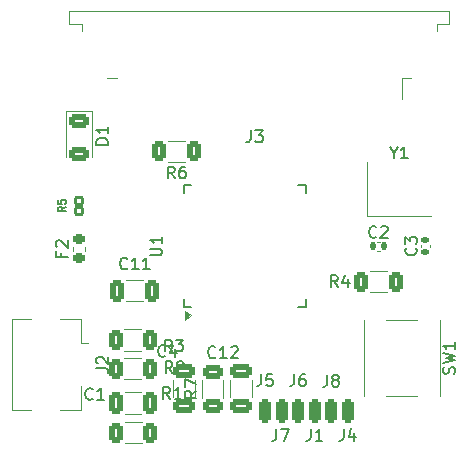
<source format=gbr>
G04 #@! TF.GenerationSoftware,KiCad,Pcbnew,9.0.0*
G04 #@! TF.CreationDate,2025-04-23T09:52:56+02:00*
G04 #@! TF.ProjectId,Jornada_keyboard_USB,4a6f726e-6164-4615-9f6b-6579626f6172,rev?*
G04 #@! TF.SameCoordinates,Original*
G04 #@! TF.FileFunction,Legend,Top*
G04 #@! TF.FilePolarity,Positive*
%FSLAX46Y46*%
G04 Gerber Fmt 4.6, Leading zero omitted, Abs format (unit mm)*
G04 Created by KiCad (PCBNEW 9.0.0) date 2025-04-23 09:52:56*
%MOMM*%
%LPD*%
G01*
G04 APERTURE LIST*
G04 Aperture macros list*
%AMRoundRect*
0 Rectangle with rounded corners*
0 $1 Rounding radius*
0 $2 $3 $4 $5 $6 $7 $8 $9 X,Y pos of 4 corners*
0 Add a 4 corners polygon primitive as box body*
4,1,4,$2,$3,$4,$5,$6,$7,$8,$9,$2,$3,0*
0 Add four circle primitives for the rounded corners*
1,1,$1+$1,$2,$3*
1,1,$1+$1,$4,$5*
1,1,$1+$1,$6,$7*
1,1,$1+$1,$8,$9*
0 Add four rect primitives between the rounded corners*
20,1,$1+$1,$2,$3,$4,$5,0*
20,1,$1+$1,$4,$5,$6,$7,0*
20,1,$1+$1,$6,$7,$8,$9,0*
20,1,$1+$1,$8,$9,$2,$3,0*%
G04 Aperture macros list end*
%ADD10C,0.150000*%
%ADD11C,0.120000*%
%ADD12R,2.100000X1.800000*%
%ADD13R,0.550000X1.500000*%
%ADD14R,1.500000X0.550000*%
%ADD15RoundRect,0.250000X-0.312500X-0.625000X0.312500X-0.625000X0.312500X0.625000X-0.312500X0.625000X0*%
%ADD16RoundRect,0.250000X0.312500X0.625000X-0.312500X0.625000X-0.312500X-0.625000X0.312500X-0.625000X0*%
%ADD17RoundRect,0.250000X-0.250000X-0.750000X0.250000X-0.750000X0.250000X0.750000X-0.250000X0.750000X0*%
%ADD18RoundRect,0.250000X0.625000X-0.312500X0.625000X0.312500X-0.625000X0.312500X-0.625000X-0.312500X0*%
%ADD19RoundRect,0.250000X-0.325000X-0.650000X0.325000X-0.650000X0.325000X0.650000X-0.325000X0.650000X0*%
%ADD20R,1.400000X0.400000*%
%ADD21R,1.900000X2.300000*%
%ADD22R,1.900000X1.800000*%
%ADD23R,0.610000X2.000000*%
%ADD24R,2.680000X3.600000*%
%ADD25RoundRect,0.140000X-0.140000X-0.170000X0.140000X-0.170000X0.140000X0.170000X-0.140000X0.170000X0*%
%ADD26RoundRect,0.250000X-0.650000X0.325000X-0.650000X-0.325000X0.650000X-0.325000X0.650000X0.325000X0*%
%ADD27RoundRect,0.250000X-0.625000X0.375000X-0.625000X-0.375000X0.625000X-0.375000X0.625000X0.375000X0*%
%ADD28RoundRect,0.102000X-0.300000X0.280000X-0.300000X-0.280000X0.300000X-0.280000X0.300000X0.280000X0*%
%ADD29R,1.300000X1.550000*%
%ADD30RoundRect,0.250000X0.325000X0.650000X-0.325000X0.650000X-0.325000X-0.650000X0.325000X-0.650000X0*%
%ADD31RoundRect,0.140000X0.170000X-0.140000X0.170000X0.140000X-0.170000X0.140000X-0.170000X-0.140000X0*%
%ADD32RoundRect,0.218750X0.256250X-0.218750X0.256250X0.218750X-0.256250X0.218750X-0.256250X-0.218750X0*%
G04 APERTURE END LIST*
D10*
X54073809Y-28578628D02*
X54073809Y-29054819D01*
X53740476Y-28054819D02*
X54073809Y-28578628D01*
X54073809Y-28578628D02*
X54407142Y-28054819D01*
X55264285Y-29054819D02*
X54692857Y-29054819D01*
X54978571Y-29054819D02*
X54978571Y-28054819D01*
X54978571Y-28054819D02*
X54883333Y-28197676D01*
X54883333Y-28197676D02*
X54788095Y-28292914D01*
X54788095Y-28292914D02*
X54692857Y-28340533D01*
X33454819Y-37261904D02*
X34264342Y-37261904D01*
X34264342Y-37261904D02*
X34359580Y-37214285D01*
X34359580Y-37214285D02*
X34407200Y-37166666D01*
X34407200Y-37166666D02*
X34454819Y-37071428D01*
X34454819Y-37071428D02*
X34454819Y-36880952D01*
X34454819Y-36880952D02*
X34407200Y-36785714D01*
X34407200Y-36785714D02*
X34359580Y-36738095D01*
X34359580Y-36738095D02*
X34264342Y-36690476D01*
X34264342Y-36690476D02*
X33454819Y-36690476D01*
X34454819Y-35690476D02*
X34454819Y-36261904D01*
X34454819Y-35976190D02*
X33454819Y-35976190D01*
X33454819Y-35976190D02*
X33597676Y-36071428D01*
X33597676Y-36071428D02*
X33692914Y-36166666D01*
X33692914Y-36166666D02*
X33740533Y-36261904D01*
X49333333Y-39954819D02*
X49000000Y-39478628D01*
X48761905Y-39954819D02*
X48761905Y-38954819D01*
X48761905Y-38954819D02*
X49142857Y-38954819D01*
X49142857Y-38954819D02*
X49238095Y-39002438D01*
X49238095Y-39002438D02*
X49285714Y-39050057D01*
X49285714Y-39050057D02*
X49333333Y-39145295D01*
X49333333Y-39145295D02*
X49333333Y-39288152D01*
X49333333Y-39288152D02*
X49285714Y-39383390D01*
X49285714Y-39383390D02*
X49238095Y-39431009D01*
X49238095Y-39431009D02*
X49142857Y-39478628D01*
X49142857Y-39478628D02*
X48761905Y-39478628D01*
X50190476Y-39288152D02*
X50190476Y-39954819D01*
X49952381Y-38907200D02*
X49714286Y-39621485D01*
X49714286Y-39621485D02*
X50333333Y-39621485D01*
X35533183Y-30746069D02*
X35199850Y-30269878D01*
X34961755Y-30746069D02*
X34961755Y-29746069D01*
X34961755Y-29746069D02*
X35342707Y-29746069D01*
X35342707Y-29746069D02*
X35437945Y-29793688D01*
X35437945Y-29793688D02*
X35485564Y-29841307D01*
X35485564Y-29841307D02*
X35533183Y-29936545D01*
X35533183Y-29936545D02*
X35533183Y-30079402D01*
X35533183Y-30079402D02*
X35485564Y-30174640D01*
X35485564Y-30174640D02*
X35437945Y-30222259D01*
X35437945Y-30222259D02*
X35342707Y-30269878D01*
X35342707Y-30269878D02*
X34961755Y-30269878D01*
X36390326Y-29746069D02*
X36199850Y-29746069D01*
X36199850Y-29746069D02*
X36104612Y-29793688D01*
X36104612Y-29793688D02*
X36056993Y-29841307D01*
X36056993Y-29841307D02*
X35961755Y-29984164D01*
X35961755Y-29984164D02*
X35914136Y-30174640D01*
X35914136Y-30174640D02*
X35914136Y-30555592D01*
X35914136Y-30555592D02*
X35961755Y-30650830D01*
X35961755Y-30650830D02*
X36009374Y-30698450D01*
X36009374Y-30698450D02*
X36104612Y-30746069D01*
X36104612Y-30746069D02*
X36295088Y-30746069D01*
X36295088Y-30746069D02*
X36390326Y-30698450D01*
X36390326Y-30698450D02*
X36437945Y-30650830D01*
X36437945Y-30650830D02*
X36485564Y-30555592D01*
X36485564Y-30555592D02*
X36485564Y-30317497D01*
X36485564Y-30317497D02*
X36437945Y-30222259D01*
X36437945Y-30222259D02*
X36390326Y-30174640D01*
X36390326Y-30174640D02*
X36295088Y-30127021D01*
X36295088Y-30127021D02*
X36104612Y-30127021D01*
X36104612Y-30127021D02*
X36009374Y-30174640D01*
X36009374Y-30174640D02*
X35961755Y-30222259D01*
X35961755Y-30222259D02*
X35914136Y-30317497D01*
X48434666Y-47384619D02*
X48434666Y-48098904D01*
X48434666Y-48098904D02*
X48387047Y-48241761D01*
X48387047Y-48241761D02*
X48291809Y-48337000D01*
X48291809Y-48337000D02*
X48148952Y-48384619D01*
X48148952Y-48384619D02*
X48053714Y-48384619D01*
X49053714Y-47813190D02*
X48958476Y-47765571D01*
X48958476Y-47765571D02*
X48910857Y-47717952D01*
X48910857Y-47717952D02*
X48863238Y-47622714D01*
X48863238Y-47622714D02*
X48863238Y-47575095D01*
X48863238Y-47575095D02*
X48910857Y-47479857D01*
X48910857Y-47479857D02*
X48958476Y-47432238D01*
X48958476Y-47432238D02*
X49053714Y-47384619D01*
X49053714Y-47384619D02*
X49244190Y-47384619D01*
X49244190Y-47384619D02*
X49339428Y-47432238D01*
X49339428Y-47432238D02*
X49387047Y-47479857D01*
X49387047Y-47479857D02*
X49434666Y-47575095D01*
X49434666Y-47575095D02*
X49434666Y-47622714D01*
X49434666Y-47622714D02*
X49387047Y-47717952D01*
X49387047Y-47717952D02*
X49339428Y-47765571D01*
X49339428Y-47765571D02*
X49244190Y-47813190D01*
X49244190Y-47813190D02*
X49053714Y-47813190D01*
X49053714Y-47813190D02*
X48958476Y-47860809D01*
X48958476Y-47860809D02*
X48910857Y-47908428D01*
X48910857Y-47908428D02*
X48863238Y-48003666D01*
X48863238Y-48003666D02*
X48863238Y-48194142D01*
X48863238Y-48194142D02*
X48910857Y-48289380D01*
X48910857Y-48289380D02*
X48958476Y-48337000D01*
X48958476Y-48337000D02*
X49053714Y-48384619D01*
X49053714Y-48384619D02*
X49244190Y-48384619D01*
X49244190Y-48384619D02*
X49339428Y-48337000D01*
X49339428Y-48337000D02*
X49387047Y-48289380D01*
X49387047Y-48289380D02*
X49434666Y-48194142D01*
X49434666Y-48194142D02*
X49434666Y-48003666D01*
X49434666Y-48003666D02*
X49387047Y-47908428D01*
X49387047Y-47908428D02*
X49339428Y-47860809D01*
X49339428Y-47860809D02*
X49244190Y-47813190D01*
X37369819Y-48746166D02*
X36893628Y-49079499D01*
X37369819Y-49317594D02*
X36369819Y-49317594D01*
X36369819Y-49317594D02*
X36369819Y-48936642D01*
X36369819Y-48936642D02*
X36417438Y-48841404D01*
X36417438Y-48841404D02*
X36465057Y-48793785D01*
X36465057Y-48793785D02*
X36560295Y-48746166D01*
X36560295Y-48746166D02*
X36703152Y-48746166D01*
X36703152Y-48746166D02*
X36798390Y-48793785D01*
X36798390Y-48793785D02*
X36846009Y-48841404D01*
X36846009Y-48841404D02*
X36893628Y-48936642D01*
X36893628Y-48936642D02*
X36893628Y-49317594D01*
X36369819Y-48412832D02*
X36369819Y-47746166D01*
X36369819Y-47746166D02*
X37369819Y-48174737D01*
X35135333Y-49406819D02*
X34802000Y-48930628D01*
X34563905Y-49406819D02*
X34563905Y-48406819D01*
X34563905Y-48406819D02*
X34944857Y-48406819D01*
X34944857Y-48406819D02*
X35040095Y-48454438D01*
X35040095Y-48454438D02*
X35087714Y-48502057D01*
X35087714Y-48502057D02*
X35135333Y-48597295D01*
X35135333Y-48597295D02*
X35135333Y-48740152D01*
X35135333Y-48740152D02*
X35087714Y-48835390D01*
X35087714Y-48835390D02*
X35040095Y-48883009D01*
X35040095Y-48883009D02*
X34944857Y-48930628D01*
X34944857Y-48930628D02*
X34563905Y-48930628D01*
X36087714Y-49406819D02*
X35516286Y-49406819D01*
X35802000Y-49406819D02*
X35802000Y-48406819D01*
X35802000Y-48406819D02*
X35706762Y-48549676D01*
X35706762Y-48549676D02*
X35611524Y-48644914D01*
X35611524Y-48644914D02*
X35516286Y-48692533D01*
X31513142Y-38368580D02*
X31465523Y-38416200D01*
X31465523Y-38416200D02*
X31322666Y-38463819D01*
X31322666Y-38463819D02*
X31227428Y-38463819D01*
X31227428Y-38463819D02*
X31084571Y-38416200D01*
X31084571Y-38416200D02*
X30989333Y-38320961D01*
X30989333Y-38320961D02*
X30941714Y-38225723D01*
X30941714Y-38225723D02*
X30894095Y-38035247D01*
X30894095Y-38035247D02*
X30894095Y-37892390D01*
X30894095Y-37892390D02*
X30941714Y-37701914D01*
X30941714Y-37701914D02*
X30989333Y-37606676D01*
X30989333Y-37606676D02*
X31084571Y-37511438D01*
X31084571Y-37511438D02*
X31227428Y-37463819D01*
X31227428Y-37463819D02*
X31322666Y-37463819D01*
X31322666Y-37463819D02*
X31465523Y-37511438D01*
X31465523Y-37511438D02*
X31513142Y-37559057D01*
X32465523Y-38463819D02*
X31894095Y-38463819D01*
X32179809Y-38463819D02*
X32179809Y-37463819D01*
X32179809Y-37463819D02*
X32084571Y-37606676D01*
X32084571Y-37606676D02*
X31989333Y-37701914D01*
X31989333Y-37701914D02*
X31894095Y-37749533D01*
X33417904Y-38463819D02*
X32846476Y-38463819D01*
X33132190Y-38463819D02*
X33132190Y-37463819D01*
X33132190Y-37463819D02*
X33036952Y-37606676D01*
X33036952Y-37606676D02*
X32941714Y-37701914D01*
X32941714Y-37701914D02*
X32846476Y-37749533D01*
X35342533Y-47249019D02*
X35009200Y-46772828D01*
X34771105Y-47249019D02*
X34771105Y-46249019D01*
X34771105Y-46249019D02*
X35152057Y-46249019D01*
X35152057Y-46249019D02*
X35247295Y-46296638D01*
X35247295Y-46296638D02*
X35294914Y-46344257D01*
X35294914Y-46344257D02*
X35342533Y-46439495D01*
X35342533Y-46439495D02*
X35342533Y-46582352D01*
X35342533Y-46582352D02*
X35294914Y-46677590D01*
X35294914Y-46677590D02*
X35247295Y-46725209D01*
X35247295Y-46725209D02*
X35152057Y-46772828D01*
X35152057Y-46772828D02*
X34771105Y-46772828D01*
X35723486Y-46344257D02*
X35771105Y-46296638D01*
X35771105Y-46296638D02*
X35866343Y-46249019D01*
X35866343Y-46249019D02*
X36104438Y-46249019D01*
X36104438Y-46249019D02*
X36199676Y-46296638D01*
X36199676Y-46296638D02*
X36247295Y-46344257D01*
X36247295Y-46344257D02*
X36294914Y-46439495D01*
X36294914Y-46439495D02*
X36294914Y-46534733D01*
X36294914Y-46534733D02*
X36247295Y-46677590D01*
X36247295Y-46677590D02*
X35675867Y-47249019D01*
X35675867Y-47249019D02*
X36294914Y-47249019D01*
X28904819Y-46833333D02*
X29619104Y-46833333D01*
X29619104Y-46833333D02*
X29761961Y-46880952D01*
X29761961Y-46880952D02*
X29857200Y-46976190D01*
X29857200Y-46976190D02*
X29904819Y-47119047D01*
X29904819Y-47119047D02*
X29904819Y-47214285D01*
X29000057Y-46404761D02*
X28952438Y-46357142D01*
X28952438Y-46357142D02*
X28904819Y-46261904D01*
X28904819Y-46261904D02*
X28904819Y-46023809D01*
X28904819Y-46023809D02*
X28952438Y-45928571D01*
X28952438Y-45928571D02*
X29000057Y-45880952D01*
X29000057Y-45880952D02*
X29095295Y-45833333D01*
X29095295Y-45833333D02*
X29190533Y-45833333D01*
X29190533Y-45833333D02*
X29333390Y-45880952D01*
X29333390Y-45880952D02*
X29904819Y-46452380D01*
X29904819Y-46452380D02*
X29904819Y-45833333D01*
X41983066Y-26683619D02*
X41983066Y-27397904D01*
X41983066Y-27397904D02*
X41935447Y-27540761D01*
X41935447Y-27540761D02*
X41840209Y-27636000D01*
X41840209Y-27636000D02*
X41697352Y-27683619D01*
X41697352Y-27683619D02*
X41602114Y-27683619D01*
X42364019Y-26683619D02*
X42983066Y-26683619D01*
X42983066Y-26683619D02*
X42649733Y-27064571D01*
X42649733Y-27064571D02*
X42792590Y-27064571D01*
X42792590Y-27064571D02*
X42887828Y-27112190D01*
X42887828Y-27112190D02*
X42935447Y-27159809D01*
X42935447Y-27159809D02*
X42983066Y-27255047D01*
X42983066Y-27255047D02*
X42983066Y-27493142D01*
X42983066Y-27493142D02*
X42935447Y-27588380D01*
X42935447Y-27588380D02*
X42887828Y-27636000D01*
X42887828Y-27636000D02*
X42792590Y-27683619D01*
X42792590Y-27683619D02*
X42506876Y-27683619D01*
X42506876Y-27683619D02*
X42411638Y-27636000D01*
X42411638Y-27636000D02*
X42364019Y-27588380D01*
X52608333Y-35699580D02*
X52560714Y-35747200D01*
X52560714Y-35747200D02*
X52417857Y-35794819D01*
X52417857Y-35794819D02*
X52322619Y-35794819D01*
X52322619Y-35794819D02*
X52179762Y-35747200D01*
X52179762Y-35747200D02*
X52084524Y-35651961D01*
X52084524Y-35651961D02*
X52036905Y-35556723D01*
X52036905Y-35556723D02*
X51989286Y-35366247D01*
X51989286Y-35366247D02*
X51989286Y-35223390D01*
X51989286Y-35223390D02*
X52036905Y-35032914D01*
X52036905Y-35032914D02*
X52084524Y-34937676D01*
X52084524Y-34937676D02*
X52179762Y-34842438D01*
X52179762Y-34842438D02*
X52322619Y-34794819D01*
X52322619Y-34794819D02*
X52417857Y-34794819D01*
X52417857Y-34794819D02*
X52560714Y-34842438D01*
X52560714Y-34842438D02*
X52608333Y-34890057D01*
X52989286Y-34890057D02*
X53036905Y-34842438D01*
X53036905Y-34842438D02*
X53132143Y-34794819D01*
X53132143Y-34794819D02*
X53370238Y-34794819D01*
X53370238Y-34794819D02*
X53465476Y-34842438D01*
X53465476Y-34842438D02*
X53513095Y-34890057D01*
X53513095Y-34890057D02*
X53560714Y-34985295D01*
X53560714Y-34985295D02*
X53560714Y-35080533D01*
X53560714Y-35080533D02*
X53513095Y-35223390D01*
X53513095Y-35223390D02*
X52941667Y-35794819D01*
X52941667Y-35794819D02*
X53560714Y-35794819D01*
X38981142Y-45876380D02*
X38933523Y-45924000D01*
X38933523Y-45924000D02*
X38790666Y-45971619D01*
X38790666Y-45971619D02*
X38695428Y-45971619D01*
X38695428Y-45971619D02*
X38552571Y-45924000D01*
X38552571Y-45924000D02*
X38457333Y-45828761D01*
X38457333Y-45828761D02*
X38409714Y-45733523D01*
X38409714Y-45733523D02*
X38362095Y-45543047D01*
X38362095Y-45543047D02*
X38362095Y-45400190D01*
X38362095Y-45400190D02*
X38409714Y-45209714D01*
X38409714Y-45209714D02*
X38457333Y-45114476D01*
X38457333Y-45114476D02*
X38552571Y-45019238D01*
X38552571Y-45019238D02*
X38695428Y-44971619D01*
X38695428Y-44971619D02*
X38790666Y-44971619D01*
X38790666Y-44971619D02*
X38933523Y-45019238D01*
X38933523Y-45019238D02*
X38981142Y-45066857D01*
X39933523Y-45971619D02*
X39362095Y-45971619D01*
X39647809Y-45971619D02*
X39647809Y-44971619D01*
X39647809Y-44971619D02*
X39552571Y-45114476D01*
X39552571Y-45114476D02*
X39457333Y-45209714D01*
X39457333Y-45209714D02*
X39362095Y-45257333D01*
X40314476Y-45066857D02*
X40362095Y-45019238D01*
X40362095Y-45019238D02*
X40457333Y-44971619D01*
X40457333Y-44971619D02*
X40695428Y-44971619D01*
X40695428Y-44971619D02*
X40790666Y-45019238D01*
X40790666Y-45019238D02*
X40838285Y-45066857D01*
X40838285Y-45066857D02*
X40885904Y-45162095D01*
X40885904Y-45162095D02*
X40885904Y-45257333D01*
X40885904Y-45257333D02*
X40838285Y-45400190D01*
X40838285Y-45400190D02*
X40266857Y-45971619D01*
X40266857Y-45971619D02*
X40885904Y-45971619D01*
X29886819Y-27897544D02*
X28886819Y-27897544D01*
X28886819Y-27897544D02*
X28886819Y-27659449D01*
X28886819Y-27659449D02*
X28934438Y-27516592D01*
X28934438Y-27516592D02*
X29029676Y-27421354D01*
X29029676Y-27421354D02*
X29124914Y-27373735D01*
X29124914Y-27373735D02*
X29315390Y-27326116D01*
X29315390Y-27326116D02*
X29458247Y-27326116D01*
X29458247Y-27326116D02*
X29648723Y-27373735D01*
X29648723Y-27373735D02*
X29743961Y-27421354D01*
X29743961Y-27421354D02*
X29839200Y-27516592D01*
X29839200Y-27516592D02*
X29886819Y-27659449D01*
X29886819Y-27659449D02*
X29886819Y-27897544D01*
X29886819Y-26373735D02*
X29886819Y-26945163D01*
X29886819Y-26659449D02*
X28886819Y-26659449D01*
X28886819Y-26659449D02*
X29029676Y-26754687D01*
X29029676Y-26754687D02*
X29124914Y-26849925D01*
X29124914Y-26849925D02*
X29172533Y-26945163D01*
X26288276Y-33171666D02*
X25983514Y-33385000D01*
X26288276Y-33537381D02*
X25648276Y-33537381D01*
X25648276Y-33537381D02*
X25648276Y-33293571D01*
X25648276Y-33293571D02*
X25678752Y-33232619D01*
X25678752Y-33232619D02*
X25709228Y-33202142D01*
X25709228Y-33202142D02*
X25770180Y-33171666D01*
X25770180Y-33171666D02*
X25861609Y-33171666D01*
X25861609Y-33171666D02*
X25922561Y-33202142D01*
X25922561Y-33202142D02*
X25953038Y-33232619D01*
X25953038Y-33232619D02*
X25983514Y-33293571D01*
X25983514Y-33293571D02*
X25983514Y-33537381D01*
X25648276Y-32592619D02*
X25648276Y-32897381D01*
X25648276Y-32897381D02*
X25953038Y-32927857D01*
X25953038Y-32927857D02*
X25922561Y-32897381D01*
X25922561Y-32897381D02*
X25892085Y-32836428D01*
X25892085Y-32836428D02*
X25892085Y-32684047D01*
X25892085Y-32684047D02*
X25922561Y-32623095D01*
X25922561Y-32623095D02*
X25953038Y-32592619D01*
X25953038Y-32592619D02*
X26013990Y-32562142D01*
X26013990Y-32562142D02*
X26166371Y-32562142D01*
X26166371Y-32562142D02*
X26227323Y-32592619D01*
X26227323Y-32592619D02*
X26257800Y-32623095D01*
X26257800Y-32623095D02*
X26288276Y-32684047D01*
X26288276Y-32684047D02*
X26288276Y-32836428D01*
X26288276Y-32836428D02*
X26257800Y-32897381D01*
X26257800Y-32897381D02*
X26227323Y-32927857D01*
X49831666Y-51956619D02*
X49831666Y-52670904D01*
X49831666Y-52670904D02*
X49784047Y-52813761D01*
X49784047Y-52813761D02*
X49688809Y-52909000D01*
X49688809Y-52909000D02*
X49545952Y-52956619D01*
X49545952Y-52956619D02*
X49450714Y-52956619D01*
X50736428Y-52289952D02*
X50736428Y-52956619D01*
X50498333Y-51909000D02*
X50260238Y-52623285D01*
X50260238Y-52623285D02*
X50879285Y-52623285D01*
X34732933Y-45774780D02*
X34685314Y-45822400D01*
X34685314Y-45822400D02*
X34542457Y-45870019D01*
X34542457Y-45870019D02*
X34447219Y-45870019D01*
X34447219Y-45870019D02*
X34304362Y-45822400D01*
X34304362Y-45822400D02*
X34209124Y-45727161D01*
X34209124Y-45727161D02*
X34161505Y-45631923D01*
X34161505Y-45631923D02*
X34113886Y-45441447D01*
X34113886Y-45441447D02*
X34113886Y-45298590D01*
X34113886Y-45298590D02*
X34161505Y-45108114D01*
X34161505Y-45108114D02*
X34209124Y-45012876D01*
X34209124Y-45012876D02*
X34304362Y-44917638D01*
X34304362Y-44917638D02*
X34447219Y-44870019D01*
X34447219Y-44870019D02*
X34542457Y-44870019D01*
X34542457Y-44870019D02*
X34685314Y-44917638D01*
X34685314Y-44917638D02*
X34732933Y-44965257D01*
X35590076Y-45203352D02*
X35590076Y-45870019D01*
X35351981Y-44822400D02*
X35113886Y-45536685D01*
X35113886Y-45536685D02*
X35732933Y-45536685D01*
X44142066Y-51956619D02*
X44142066Y-52670904D01*
X44142066Y-52670904D02*
X44094447Y-52813761D01*
X44094447Y-52813761D02*
X43999209Y-52909000D01*
X43999209Y-52909000D02*
X43856352Y-52956619D01*
X43856352Y-52956619D02*
X43761114Y-52956619D01*
X44523019Y-51956619D02*
X45189685Y-51956619D01*
X45189685Y-51956619D02*
X44761114Y-52956619D01*
X45640666Y-47333819D02*
X45640666Y-48048104D01*
X45640666Y-48048104D02*
X45593047Y-48190961D01*
X45593047Y-48190961D02*
X45497809Y-48286200D01*
X45497809Y-48286200D02*
X45354952Y-48333819D01*
X45354952Y-48333819D02*
X45259714Y-48333819D01*
X46545428Y-47333819D02*
X46354952Y-47333819D01*
X46354952Y-47333819D02*
X46259714Y-47381438D01*
X46259714Y-47381438D02*
X46212095Y-47429057D01*
X46212095Y-47429057D02*
X46116857Y-47571914D01*
X46116857Y-47571914D02*
X46069238Y-47762390D01*
X46069238Y-47762390D02*
X46069238Y-48143342D01*
X46069238Y-48143342D02*
X46116857Y-48238580D01*
X46116857Y-48238580D02*
X46164476Y-48286200D01*
X46164476Y-48286200D02*
X46259714Y-48333819D01*
X46259714Y-48333819D02*
X46450190Y-48333819D01*
X46450190Y-48333819D02*
X46545428Y-48286200D01*
X46545428Y-48286200D02*
X46593047Y-48238580D01*
X46593047Y-48238580D02*
X46640666Y-48143342D01*
X46640666Y-48143342D02*
X46640666Y-47905247D01*
X46640666Y-47905247D02*
X46593047Y-47810009D01*
X46593047Y-47810009D02*
X46545428Y-47762390D01*
X46545428Y-47762390D02*
X46450190Y-47714771D01*
X46450190Y-47714771D02*
X46259714Y-47714771D01*
X46259714Y-47714771D02*
X46164476Y-47762390D01*
X46164476Y-47762390D02*
X46116857Y-47810009D01*
X46116857Y-47810009D02*
X46069238Y-47905247D01*
X35283333Y-45404819D02*
X34950000Y-44928628D01*
X34711905Y-45404819D02*
X34711905Y-44404819D01*
X34711905Y-44404819D02*
X35092857Y-44404819D01*
X35092857Y-44404819D02*
X35188095Y-44452438D01*
X35188095Y-44452438D02*
X35235714Y-44500057D01*
X35235714Y-44500057D02*
X35283333Y-44595295D01*
X35283333Y-44595295D02*
X35283333Y-44738152D01*
X35283333Y-44738152D02*
X35235714Y-44833390D01*
X35235714Y-44833390D02*
X35188095Y-44881009D01*
X35188095Y-44881009D02*
X35092857Y-44928628D01*
X35092857Y-44928628D02*
X34711905Y-44928628D01*
X35616667Y-44404819D02*
X36235714Y-44404819D01*
X36235714Y-44404819D02*
X35902381Y-44785771D01*
X35902381Y-44785771D02*
X36045238Y-44785771D01*
X36045238Y-44785771D02*
X36140476Y-44833390D01*
X36140476Y-44833390D02*
X36188095Y-44881009D01*
X36188095Y-44881009D02*
X36235714Y-44976247D01*
X36235714Y-44976247D02*
X36235714Y-45214342D01*
X36235714Y-45214342D02*
X36188095Y-45309580D01*
X36188095Y-45309580D02*
X36140476Y-45357200D01*
X36140476Y-45357200D02*
X36045238Y-45404819D01*
X36045238Y-45404819D02*
X35759524Y-45404819D01*
X35759524Y-45404819D02*
X35664286Y-45357200D01*
X35664286Y-45357200D02*
X35616667Y-45309580D01*
X59207200Y-47313332D02*
X59254819Y-47170475D01*
X59254819Y-47170475D02*
X59254819Y-46932380D01*
X59254819Y-46932380D02*
X59207200Y-46837142D01*
X59207200Y-46837142D02*
X59159580Y-46789523D01*
X59159580Y-46789523D02*
X59064342Y-46741904D01*
X59064342Y-46741904D02*
X58969104Y-46741904D01*
X58969104Y-46741904D02*
X58873866Y-46789523D01*
X58873866Y-46789523D02*
X58826247Y-46837142D01*
X58826247Y-46837142D02*
X58778628Y-46932380D01*
X58778628Y-46932380D02*
X58731009Y-47122856D01*
X58731009Y-47122856D02*
X58683390Y-47218094D01*
X58683390Y-47218094D02*
X58635771Y-47265713D01*
X58635771Y-47265713D02*
X58540533Y-47313332D01*
X58540533Y-47313332D02*
X58445295Y-47313332D01*
X58445295Y-47313332D02*
X58350057Y-47265713D01*
X58350057Y-47265713D02*
X58302438Y-47218094D01*
X58302438Y-47218094D02*
X58254819Y-47122856D01*
X58254819Y-47122856D02*
X58254819Y-46884761D01*
X58254819Y-46884761D02*
X58302438Y-46741904D01*
X58254819Y-46408570D02*
X59254819Y-46170475D01*
X59254819Y-46170475D02*
X58540533Y-45979999D01*
X58540533Y-45979999D02*
X59254819Y-45789523D01*
X59254819Y-45789523D02*
X58254819Y-45551428D01*
X59254819Y-44646666D02*
X59254819Y-45218094D01*
X59254819Y-44932380D02*
X58254819Y-44932380D01*
X58254819Y-44932380D02*
X58397676Y-45027618D01*
X58397676Y-45027618D02*
X58492914Y-45122856D01*
X58492914Y-45122856D02*
X58540533Y-45218094D01*
X42846666Y-47333819D02*
X42846666Y-48048104D01*
X42846666Y-48048104D02*
X42799047Y-48190961D01*
X42799047Y-48190961D02*
X42703809Y-48286200D01*
X42703809Y-48286200D02*
X42560952Y-48333819D01*
X42560952Y-48333819D02*
X42465714Y-48333819D01*
X43799047Y-47333819D02*
X43322857Y-47333819D01*
X43322857Y-47333819D02*
X43275238Y-47810009D01*
X43275238Y-47810009D02*
X43322857Y-47762390D01*
X43322857Y-47762390D02*
X43418095Y-47714771D01*
X43418095Y-47714771D02*
X43656190Y-47714771D01*
X43656190Y-47714771D02*
X43751428Y-47762390D01*
X43751428Y-47762390D02*
X43799047Y-47810009D01*
X43799047Y-47810009D02*
X43846666Y-47905247D01*
X43846666Y-47905247D02*
X43846666Y-48143342D01*
X43846666Y-48143342D02*
X43799047Y-48238580D01*
X43799047Y-48238580D02*
X43751428Y-48286200D01*
X43751428Y-48286200D02*
X43656190Y-48333819D01*
X43656190Y-48333819D02*
X43418095Y-48333819D01*
X43418095Y-48333819D02*
X43322857Y-48286200D01*
X43322857Y-48286200D02*
X43275238Y-48238580D01*
X28582133Y-49413180D02*
X28534514Y-49460800D01*
X28534514Y-49460800D02*
X28391657Y-49508419D01*
X28391657Y-49508419D02*
X28296419Y-49508419D01*
X28296419Y-49508419D02*
X28153562Y-49460800D01*
X28153562Y-49460800D02*
X28058324Y-49365561D01*
X28058324Y-49365561D02*
X28010705Y-49270323D01*
X28010705Y-49270323D02*
X27963086Y-49079847D01*
X27963086Y-49079847D02*
X27963086Y-48936990D01*
X27963086Y-48936990D02*
X28010705Y-48746514D01*
X28010705Y-48746514D02*
X28058324Y-48651276D01*
X28058324Y-48651276D02*
X28153562Y-48556038D01*
X28153562Y-48556038D02*
X28296419Y-48508419D01*
X28296419Y-48508419D02*
X28391657Y-48508419D01*
X28391657Y-48508419D02*
X28534514Y-48556038D01*
X28534514Y-48556038D02*
X28582133Y-48603657D01*
X29534514Y-49508419D02*
X28963086Y-49508419D01*
X29248800Y-49508419D02*
X29248800Y-48508419D01*
X29248800Y-48508419D02*
X29153562Y-48651276D01*
X29153562Y-48651276D02*
X29058324Y-48746514D01*
X29058324Y-48746514D02*
X28963086Y-48794133D01*
X55949580Y-36646666D02*
X55997200Y-36694285D01*
X55997200Y-36694285D02*
X56044819Y-36837142D01*
X56044819Y-36837142D02*
X56044819Y-36932380D01*
X56044819Y-36932380D02*
X55997200Y-37075237D01*
X55997200Y-37075237D02*
X55901961Y-37170475D01*
X55901961Y-37170475D02*
X55806723Y-37218094D01*
X55806723Y-37218094D02*
X55616247Y-37265713D01*
X55616247Y-37265713D02*
X55473390Y-37265713D01*
X55473390Y-37265713D02*
X55282914Y-37218094D01*
X55282914Y-37218094D02*
X55187676Y-37170475D01*
X55187676Y-37170475D02*
X55092438Y-37075237D01*
X55092438Y-37075237D02*
X55044819Y-36932380D01*
X55044819Y-36932380D02*
X55044819Y-36837142D01*
X55044819Y-36837142D02*
X55092438Y-36694285D01*
X55092438Y-36694285D02*
X55140057Y-36646666D01*
X55044819Y-36313332D02*
X55044819Y-35694285D01*
X55044819Y-35694285D02*
X55425771Y-36027618D01*
X55425771Y-36027618D02*
X55425771Y-35884761D01*
X55425771Y-35884761D02*
X55473390Y-35789523D01*
X55473390Y-35789523D02*
X55521009Y-35741904D01*
X55521009Y-35741904D02*
X55616247Y-35694285D01*
X55616247Y-35694285D02*
X55854342Y-35694285D01*
X55854342Y-35694285D02*
X55949580Y-35741904D01*
X55949580Y-35741904D02*
X55997200Y-35789523D01*
X55997200Y-35789523D02*
X56044819Y-35884761D01*
X56044819Y-35884761D02*
X56044819Y-36170475D01*
X56044819Y-36170475D02*
X55997200Y-36265713D01*
X55997200Y-36265713D02*
X55949580Y-36313332D01*
X47037666Y-51956619D02*
X47037666Y-52670904D01*
X47037666Y-52670904D02*
X46990047Y-52813761D01*
X46990047Y-52813761D02*
X46894809Y-52909000D01*
X46894809Y-52909000D02*
X46751952Y-52956619D01*
X46751952Y-52956619D02*
X46656714Y-52956619D01*
X48037666Y-52956619D02*
X47466238Y-52956619D01*
X47751952Y-52956619D02*
X47751952Y-51956619D01*
X47751952Y-51956619D02*
X47656714Y-52099476D01*
X47656714Y-52099476D02*
X47561476Y-52194714D01*
X47561476Y-52194714D02*
X47466238Y-52242333D01*
X25933009Y-37036333D02*
X25933009Y-37369666D01*
X26456819Y-37369666D02*
X25456819Y-37369666D01*
X25456819Y-37369666D02*
X25456819Y-36893476D01*
X25552057Y-36560142D02*
X25504438Y-36512523D01*
X25504438Y-36512523D02*
X25456819Y-36417285D01*
X25456819Y-36417285D02*
X25456819Y-36179190D01*
X25456819Y-36179190D02*
X25504438Y-36083952D01*
X25504438Y-36083952D02*
X25552057Y-36036333D01*
X25552057Y-36036333D02*
X25647295Y-35988714D01*
X25647295Y-35988714D02*
X25742533Y-35988714D01*
X25742533Y-35988714D02*
X25885390Y-36036333D01*
X25885390Y-36036333D02*
X26456819Y-36607761D01*
X26456819Y-36607761D02*
X26456819Y-35988714D01*
D11*
G04 #@! TO.C,Y1*
X51850000Y-29400000D02*
X51850000Y-33900000D01*
X51850000Y-33900000D02*
X57250000Y-33900000D01*
D10*
G04 #@! TO.C,U1*
X36275000Y-31325000D02*
X36275000Y-32000000D01*
X36275000Y-31325000D02*
X36950000Y-31325000D01*
X36275000Y-41675000D02*
X36275000Y-41000000D01*
X36275000Y-41675000D02*
X36890000Y-41675000D01*
X46625000Y-31325000D02*
X45950000Y-31325000D01*
X46625000Y-31325000D02*
X46625000Y-32000000D01*
X46625000Y-41675000D02*
X45950000Y-41675000D01*
X46625000Y-41675000D02*
X46625000Y-41000000D01*
D11*
X36910000Y-42360000D02*
X36440000Y-42700000D01*
X36440000Y-42020000D01*
X36910000Y-42360000D01*
G36*
X36910000Y-42360000D02*
G01*
X36440000Y-42700000D01*
X36440000Y-42020000D01*
X36910000Y-42360000D01*
G37*
G04 #@! TO.C,R4*
X52060436Y-38590000D02*
X53514564Y-38590000D01*
X52060436Y-40410000D02*
X53514564Y-40410000D01*
G04 #@! TO.C,R6*
X36426914Y-27561250D02*
X34972786Y-27561250D01*
X36426914Y-29381250D02*
X34972786Y-29381250D01*
G04 #@! TO.C,R7*
X37825000Y-49306564D02*
X37825000Y-47852436D01*
X39645000Y-49306564D02*
X39645000Y-47852436D01*
G04 #@! TO.C,R1*
X32743564Y-51374000D02*
X31289436Y-51374000D01*
X32743564Y-53194000D02*
X31289436Y-53194000D01*
G04 #@! TO.C,C11*
X31419748Y-39349000D02*
X32842252Y-39349000D01*
X31419748Y-41169000D02*
X32842252Y-41169000D01*
G04 #@! TO.C,R2*
X31260436Y-45953000D02*
X32714564Y-45953000D01*
X31260436Y-47773000D02*
X32714564Y-47773000D01*
G04 #@! TO.C,J2*
X21740000Y-42640000D02*
X21740000Y-50360000D01*
X21740000Y-42640000D02*
X23350000Y-42640000D01*
X21740000Y-50360000D02*
X23350000Y-50360000D01*
X25850000Y-42640000D02*
X27560000Y-42640000D01*
X25850000Y-50360000D02*
X27560000Y-50360000D01*
X27560000Y-42640000D02*
X27560000Y-44700000D01*
X27560000Y-44700000D02*
X28150000Y-44700000D01*
X27560000Y-50360000D02*
X27560000Y-48300000D01*
G04 #@! TO.C,J3*
X26614000Y-16610000D02*
X58754000Y-16610000D01*
X26614000Y-17720000D02*
X26614000Y-16610000D01*
X27639000Y-17720000D02*
X26614000Y-17720000D01*
X27639000Y-18260000D02*
X27639000Y-17720000D01*
X30619000Y-22230000D02*
X29794000Y-22230000D01*
X54749000Y-22230000D02*
X54749000Y-24030000D01*
X55574000Y-22230000D02*
X54749000Y-22230000D01*
X57729000Y-17720000D02*
X57729000Y-18260000D01*
X58754000Y-16610000D02*
X58754000Y-17720000D01*
X58754000Y-17720000D02*
X57729000Y-17720000D01*
G04 #@! TO.C,C2*
X52667164Y-36140000D02*
X52882836Y-36140000D01*
X52667164Y-36860000D02*
X52882836Y-36860000D01*
G04 #@! TO.C,C12*
X40238000Y-47851748D02*
X40238000Y-49274252D01*
X42058000Y-47851748D02*
X42058000Y-49274252D01*
G04 #@! TO.C,D1*
X26297000Y-25020000D02*
X26297000Y-28905000D01*
X28567000Y-25020000D02*
X26297000Y-25020000D01*
X28567000Y-28905000D02*
X28567000Y-25020000D01*
G04 #@! TO.C,C4*
X35412000Y-47851748D02*
X35412000Y-49274252D01*
X37232000Y-47851748D02*
X37232000Y-49274252D01*
G04 #@! TO.C,R3*
X32714564Y-43540000D02*
X31260436Y-43540000D01*
X32714564Y-45360000D02*
X31260436Y-45360000D01*
G04 #@! TO.C,SW1*
X51520000Y-42750000D02*
X51520000Y-49210000D01*
X51520000Y-42750000D02*
X51550000Y-42750000D01*
X51520000Y-49210000D02*
X51550000Y-49210000D01*
X56050000Y-42750000D02*
X53450000Y-42750000D01*
X56050000Y-49210000D02*
X53450000Y-49210000D01*
X57950000Y-42750000D02*
X57980000Y-42750000D01*
X57980000Y-42750000D02*
X57980000Y-49210000D01*
X57980000Y-49210000D02*
X57950000Y-49210000D01*
G04 #@! TO.C,C1*
X32715252Y-48874000D02*
X31292748Y-48874000D01*
X32715252Y-50694000D02*
X31292748Y-50694000D01*
G04 #@! TO.C,C3*
X56390000Y-36587836D02*
X56390000Y-36372164D01*
X57110000Y-36587836D02*
X57110000Y-36372164D01*
G04 #@! TO.C,F2*
X26922000Y-36865779D02*
X26922000Y-36540221D01*
X27942000Y-36865779D02*
X27942000Y-36540221D01*
G04 #@! TD*
%LPC*%
D12*
G04 #@! TO.C,Y1*
X53100000Y-32800000D03*
X56000000Y-32800000D03*
X56000000Y-30500000D03*
X53100000Y-30500000D03*
G04 #@! TD*
D13*
G04 #@! TO.C,U1*
X37450000Y-42200000D03*
X38250000Y-42200000D03*
X39050000Y-42200000D03*
X39850000Y-42200000D03*
X40650000Y-42200000D03*
X41450000Y-42200000D03*
X42250000Y-42200000D03*
X43050000Y-42200000D03*
X43850000Y-42200000D03*
X44650000Y-42200000D03*
X45450000Y-42200000D03*
D14*
X47150000Y-40500000D03*
X47150000Y-39700000D03*
X47150000Y-38900000D03*
X47150000Y-38100000D03*
X47150000Y-37300000D03*
X47150000Y-36500000D03*
X47150000Y-35700000D03*
X47150000Y-34900000D03*
X47150000Y-34100000D03*
X47150000Y-33300000D03*
X47150000Y-32500000D03*
D13*
X45450000Y-30800000D03*
X44650000Y-30800000D03*
X43850000Y-30800000D03*
X43050000Y-30800000D03*
X42250000Y-30800000D03*
X41450000Y-30800000D03*
X40650000Y-30800000D03*
X39850000Y-30800000D03*
X39050000Y-30800000D03*
X38250000Y-30800000D03*
X37450000Y-30800000D03*
D14*
X35750000Y-32500000D03*
X35750000Y-33300000D03*
X35750000Y-34100000D03*
X35750000Y-34900000D03*
X35750000Y-35700000D03*
X35750000Y-36500000D03*
X35750000Y-37300000D03*
X35750000Y-38100000D03*
X35750000Y-38900000D03*
X35750000Y-39700000D03*
X35750000Y-40500000D03*
G04 #@! TD*
D15*
G04 #@! TO.C,R4*
X51325000Y-39500000D03*
X54250000Y-39500000D03*
G04 #@! TD*
D16*
G04 #@! TO.C,R6*
X37162350Y-28471250D03*
X34237350Y-28471250D03*
G04 #@! TD*
D17*
G04 #@! TO.C,J8*
X48768000Y-50419000D03*
G04 #@! TD*
D18*
G04 #@! TO.C,R7*
X38735000Y-50042000D03*
X38735000Y-47117000D03*
G04 #@! TD*
D16*
G04 #@! TO.C,R1*
X33479000Y-52284000D03*
X30554000Y-52284000D03*
G04 #@! TD*
D19*
G04 #@! TO.C,C11*
X30656000Y-40259000D03*
X33606000Y-40259000D03*
G04 #@! TD*
D15*
G04 #@! TO.C,R2*
X30525000Y-46863000D03*
X33450000Y-46863000D03*
G04 #@! TD*
D20*
G04 #@! TO.C,J2*
X27450000Y-45200000D03*
X27450000Y-45850000D03*
X27450000Y-46500000D03*
X27450000Y-47150000D03*
X27450000Y-47800000D03*
D21*
X24600000Y-42750000D03*
D22*
X24600000Y-45350000D03*
X24600000Y-47650000D03*
D21*
X24600000Y-50250000D03*
G04 #@! TD*
D23*
G04 #@! TO.C,J3*
X54184000Y-23120000D03*
X53184000Y-23120000D03*
X52184000Y-23120000D03*
X51184000Y-23120000D03*
X50184000Y-23120000D03*
X49184000Y-23120000D03*
X48184000Y-23120000D03*
X47184000Y-23120000D03*
X46184000Y-23120000D03*
X45184000Y-23120000D03*
X44184000Y-23120000D03*
X43184000Y-23120000D03*
X42184000Y-23120000D03*
X41184000Y-23120000D03*
X40184000Y-23120000D03*
X39184000Y-23120000D03*
X38184000Y-23120000D03*
X37184000Y-23120000D03*
X36184000Y-23120000D03*
X35184000Y-23120000D03*
X34184000Y-23120000D03*
X33184000Y-23120000D03*
X32184000Y-23120000D03*
X31184000Y-23120000D03*
D24*
X57174000Y-20320000D03*
X28194000Y-20320000D03*
G04 #@! TD*
D25*
G04 #@! TO.C,C2*
X52295000Y-36500000D03*
X53255000Y-36500000D03*
G04 #@! TD*
D26*
G04 #@! TO.C,C12*
X41148000Y-47088000D03*
X41148000Y-50038000D03*
G04 #@! TD*
D27*
G04 #@! TO.C,D1*
X27432000Y-25905000D03*
X27432000Y-28705000D03*
G04 #@! TD*
D28*
G04 #@! TO.C,R5*
X27432000Y-32630000D03*
X27432000Y-33500000D03*
G04 #@! TD*
D17*
G04 #@! TO.C,J4*
X50165000Y-50419000D03*
G04 #@! TD*
D26*
G04 #@! TO.C,C4*
X36322000Y-47088000D03*
X36322000Y-50038000D03*
G04 #@! TD*
D17*
G04 #@! TO.C,J7*
X44577000Y-50419000D03*
G04 #@! TD*
G04 #@! TO.C,J6*
X45974000Y-50419000D03*
G04 #@! TD*
D16*
G04 #@! TO.C,R3*
X33450000Y-44450000D03*
X30525000Y-44450000D03*
G04 #@! TD*
D29*
G04 #@! TO.C,SW1*
X57000000Y-42000000D03*
X57000000Y-49960000D03*
X52500000Y-42000000D03*
X52500000Y-49960000D03*
G04 #@! TD*
D17*
G04 #@! TO.C,J5*
X43180000Y-50419000D03*
G04 #@! TD*
D30*
G04 #@! TO.C,C1*
X33479000Y-49784000D03*
X30529000Y-49784000D03*
G04 #@! TD*
D31*
G04 #@! TO.C,C3*
X56750000Y-36960000D03*
X56750000Y-36000000D03*
G04 #@! TD*
D17*
G04 #@! TO.C,J1*
X47371000Y-50419000D03*
G04 #@! TD*
D32*
G04 #@! TO.C,F2*
X27432000Y-37490500D03*
X27432000Y-35915500D03*
G04 #@! TD*
%LPD*%
M02*

</source>
